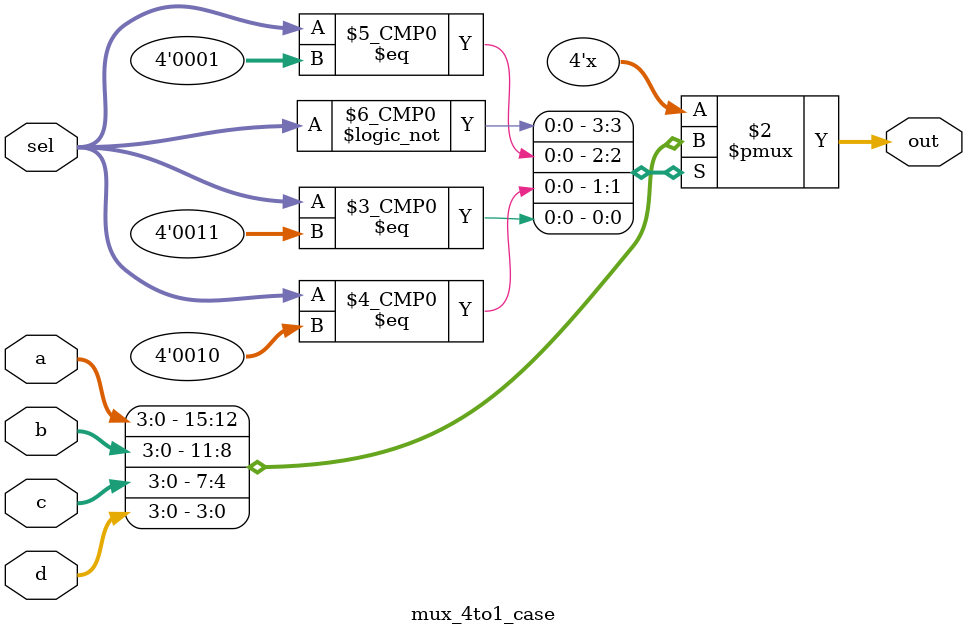
<source format=v>
module mux_4to1_case(input [3:0] a,
                     input [3:0] b,
                     input [3:0] c,
                     input [3:0] d,
                     input [3:0] sel,
                     output reg [3:0] out);
 always@ (a or b or c or d or sel)begin
     case(sel)
     2'b00 : out<=a;
     2'b01 : out<=b;
     2'b10 : out<=c;
     2'b11 : out<=d;
     endcase
 end        
endmodule       
</source>
